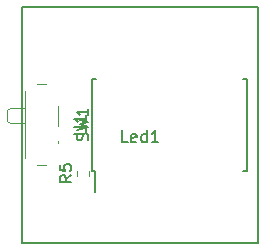
<source format=gbr>
G04 #@! TF.GenerationSoftware,KiCad,Pcbnew,5.1.6-c6e7f7d~87~ubuntu19.10.1*
G04 #@! TF.CreationDate,2020-11-04T01:00:01+01:00*
G04 #@! TF.ProjectId,board_attiny2313a,626f6172-645f-4617-9474-696e79323331,rev?*
G04 #@! TF.SameCoordinates,Original*
G04 #@! TF.FileFunction,Legend,Top*
G04 #@! TF.FilePolarity,Positive*
%FSLAX46Y46*%
G04 Gerber Fmt 4.6, Leading zero omitted, Abs format (unit mm)*
G04 Created by KiCad (PCBNEW 5.1.6-c6e7f7d~87~ubuntu19.10.1) date 2020-11-04 01:00:01*
%MOMM*%
%LPD*%
G01*
G04 APERTURE LIST*
%ADD10C,0.120000*%
%ADD11C,0.150000*%
G04 APERTURE END LIST*
D10*
X72539600Y-50324667D02*
X72539600Y-49982133D01*
X71519600Y-50324667D02*
X71519600Y-49982133D01*
D11*
X82847700Y-56050200D02*
X66847700Y-56050200D01*
X66847700Y-56050200D02*
X66847700Y-36050200D01*
X66847700Y-36050200D02*
X86847700Y-36050200D01*
X86847700Y-36050200D02*
X86847700Y-56050200D01*
X86847700Y-56050200D02*
X82847700Y-56050200D01*
D10*
X69949600Y-47403400D02*
X69949600Y-47603400D01*
X65809600Y-44603400D02*
X65599600Y-44803400D01*
X65809600Y-45903400D02*
X65599600Y-45703400D01*
X67099600Y-44603400D02*
X65809600Y-44603400D01*
X65599600Y-44803400D02*
X65599600Y-45703400D01*
X65809600Y-45903400D02*
X67099600Y-45903400D01*
X67099600Y-43153400D02*
X67099600Y-48853400D01*
X69949600Y-44403400D02*
X69949600Y-46103400D01*
X68899600Y-42553400D02*
X68109600Y-42553400D01*
X68109600Y-49453400D02*
X68899600Y-49453400D01*
D11*
X72774600Y-49925200D02*
X73024600Y-49925200D01*
X72774600Y-42175200D02*
X73109600Y-42175200D01*
X85924600Y-42175200D02*
X85589600Y-42175200D01*
X85924600Y-49925200D02*
X85589600Y-49925200D01*
X72774600Y-49925200D02*
X72774600Y-42175200D01*
X85924600Y-49925200D02*
X85924600Y-42175200D01*
X73024600Y-49925200D02*
X73024600Y-51725200D01*
X71051980Y-50320066D02*
X70575790Y-50653400D01*
X71051980Y-50891495D02*
X70051980Y-50891495D01*
X70051980Y-50510542D01*
X70099600Y-50415304D01*
X70147219Y-50367685D01*
X70242457Y-50320066D01*
X70385314Y-50320066D01*
X70480552Y-50367685D01*
X70528171Y-50415304D01*
X70575790Y-50510542D01*
X70575790Y-50891495D01*
X70051980Y-49415304D02*
X70051980Y-49891495D01*
X70528171Y-49939114D01*
X70480552Y-49891495D01*
X70432933Y-49796257D01*
X70432933Y-49558161D01*
X70480552Y-49462923D01*
X70528171Y-49415304D01*
X70623409Y-49367685D01*
X70861504Y-49367685D01*
X70956742Y-49415304D01*
X71004361Y-49462923D01*
X71051980Y-49558161D01*
X71051980Y-49796257D01*
X71004361Y-49891495D01*
X70956742Y-49939114D01*
X75800080Y-47502580D02*
X75323890Y-47502580D01*
X75323890Y-46502580D01*
X76514366Y-47454961D02*
X76419128Y-47502580D01*
X76228652Y-47502580D01*
X76133414Y-47454961D01*
X76085795Y-47359723D01*
X76085795Y-46978771D01*
X76133414Y-46883533D01*
X76228652Y-46835914D01*
X76419128Y-46835914D01*
X76514366Y-46883533D01*
X76561985Y-46978771D01*
X76561985Y-47074009D01*
X76085795Y-47169247D01*
X77419128Y-47502580D02*
X77419128Y-46502580D01*
X77419128Y-47454961D02*
X77323890Y-47502580D01*
X77133414Y-47502580D01*
X77038176Y-47454961D01*
X76990557Y-47407342D01*
X76942938Y-47312104D01*
X76942938Y-47026390D01*
X76990557Y-46931152D01*
X77038176Y-46883533D01*
X77133414Y-46835914D01*
X77323890Y-46835914D01*
X77419128Y-46883533D01*
X78419128Y-47502580D02*
X77847700Y-47502580D01*
X78133414Y-47502580D02*
X78133414Y-46502580D01*
X78038176Y-46645438D01*
X77942938Y-46740676D01*
X77847700Y-46788295D01*
X72434361Y-47336733D02*
X72481980Y-47193876D01*
X72481980Y-46955780D01*
X72434361Y-46860542D01*
X72386742Y-46812923D01*
X72291504Y-46765304D01*
X72196266Y-46765304D01*
X72101028Y-46812923D01*
X72053409Y-46860542D01*
X72005790Y-46955780D01*
X71958171Y-47146257D01*
X71910552Y-47241495D01*
X71862933Y-47289114D01*
X71767695Y-47336733D01*
X71672457Y-47336733D01*
X71577219Y-47289114D01*
X71529600Y-47241495D01*
X71481980Y-47146257D01*
X71481980Y-46908161D01*
X71529600Y-46765304D01*
X71481980Y-46431971D02*
X72481980Y-46193876D01*
X71767695Y-46003400D01*
X72481980Y-45812923D01*
X71481980Y-45574828D01*
X72481980Y-44670066D02*
X72481980Y-45241495D01*
X72481980Y-44955780D02*
X71481980Y-44955780D01*
X71624838Y-45051019D01*
X71720076Y-45146257D01*
X71767695Y-45241495D01*
X71301980Y-46812104D02*
X72111504Y-46812104D01*
X72206742Y-46764485D01*
X72254361Y-46716866D01*
X72301980Y-46621628D01*
X72301980Y-46431152D01*
X72254361Y-46335914D01*
X72206742Y-46288295D01*
X72111504Y-46240676D01*
X71301980Y-46240676D01*
X72301980Y-45240676D02*
X72301980Y-45812104D01*
X72301980Y-45526390D02*
X71301980Y-45526390D01*
X71444838Y-45621628D01*
X71540076Y-45716866D01*
X71587695Y-45812104D01*
M02*

</source>
